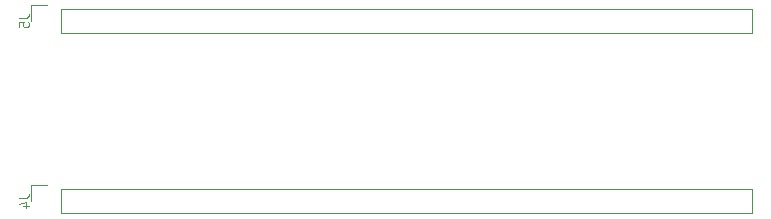
<source format=gbr>
%TF.GenerationSoftware,KiCad,Pcbnew,8.0.1*%
%TF.CreationDate,2024-03-31T10:02:36+09:00*%
%TF.ProjectId,TangNano9k5V,54616e67-4e61-46e6-9f39-6b35562e6b69,rev?*%
%TF.SameCoordinates,Original*%
%TF.FileFunction,Legend,Bot*%
%TF.FilePolarity,Positive*%
%FSLAX46Y46*%
G04 Gerber Fmt 4.6, Leading zero omitted, Abs format (unit mm)*
G04 Created by KiCad (PCBNEW 8.0.1) date 2024-03-31 10:02:36*
%MOMM*%
%LPD*%
G01*
G04 APERTURE LIST*
%ADD10C,0.100000*%
%ADD11C,0.120000*%
G04 APERTURE END LIST*
D10*
X199895Y-6083333D02*
X771323Y-6083333D01*
X771323Y-6083333D02*
X885609Y-6045238D01*
X885609Y-6045238D02*
X961800Y-5969047D01*
X961800Y-5969047D02*
X999895Y-5854762D01*
X999895Y-5854762D02*
X999895Y-5778571D01*
X199895Y-6845238D02*
X199895Y-6464286D01*
X199895Y-6464286D02*
X580847Y-6426190D01*
X580847Y-6426190D02*
X542752Y-6464286D01*
X542752Y-6464286D02*
X504657Y-6540476D01*
X504657Y-6540476D02*
X504657Y-6730952D01*
X504657Y-6730952D02*
X542752Y-6807143D01*
X542752Y-6807143D02*
X580847Y-6845238D01*
X580847Y-6845238D02*
X657038Y-6883333D01*
X657038Y-6883333D02*
X847514Y-6883333D01*
X847514Y-6883333D02*
X923704Y-6845238D01*
X923704Y-6845238D02*
X961800Y-6807143D01*
X961800Y-6807143D02*
X999895Y-6730952D01*
X999895Y-6730952D02*
X999895Y-6540476D01*
X999895Y-6540476D02*
X961800Y-6464286D01*
X961800Y-6464286D02*
X923704Y-6426190D01*
X199895Y-21323333D02*
X771323Y-21323333D01*
X771323Y-21323333D02*
X885609Y-21285238D01*
X885609Y-21285238D02*
X961800Y-21209047D01*
X961800Y-21209047D02*
X999895Y-21094762D01*
X999895Y-21094762D02*
X999895Y-21018571D01*
X466561Y-22047143D02*
X999895Y-22047143D01*
X161800Y-21856667D02*
X733228Y-21666190D01*
X733228Y-21666190D02*
X733228Y-22161429D01*
D11*
%TO.C,J5*%
X1210000Y-5020000D02*
X2540000Y-5020000D01*
X1210000Y-6350000D02*
X1210000Y-5020000D01*
X3750000Y-7366000D02*
X3750000Y-5334000D01*
X62230000Y-5334000D02*
X3750000Y-5334000D01*
X62230000Y-7366000D02*
X3750000Y-7366000D01*
X62230000Y-7366000D02*
X62230000Y-5334000D01*
%TO.C,J4*%
X1210000Y-20260000D02*
X2540000Y-20260000D01*
X1210000Y-21590000D02*
X1210000Y-20260000D01*
X3750000Y-22606000D02*
X3750000Y-20574000D01*
X62230000Y-20574000D02*
X3750000Y-20574000D01*
X62230000Y-22606000D02*
X3750000Y-22606000D01*
X62230000Y-22606000D02*
X62230000Y-20574000D01*
%TD*%
M02*

</source>
